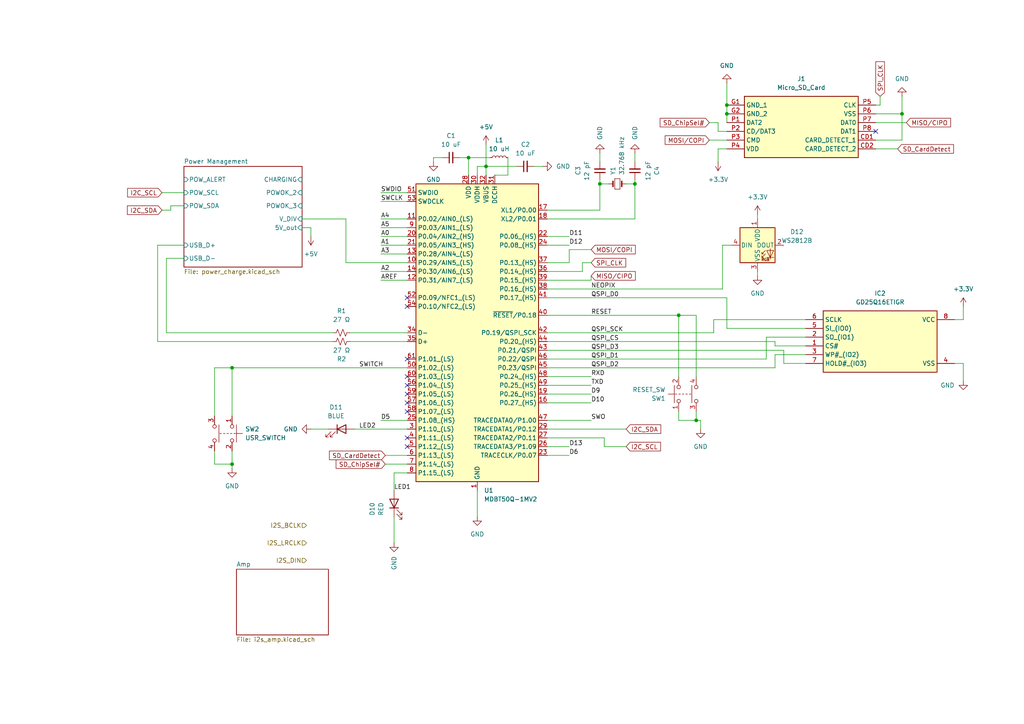
<source format=kicad_sch>
(kicad_sch (version 20230121) (generator eeschema)
  (paper "A4")
  (lib_symbols
    (symbol "Device:C_Small" (pin_numbers hide) (pin_names (offset 0.254) hide)
      (property "Reference" "C" (at 0.254 1.778 0))
      (property "Value" "C_Small" (at 0.254 -2.032 0))
      (symbol "C_Small_0_1"
        (polyline (pts (xy -1.524 -0.508) (xy 1.524 -0.508)) (stroke (width 0.3302)))
        (polyline (pts (xy -1.524 0.508) (xy 1.524 0.508)) (stroke (width 0.3048)))
      )
      (symbol "C_Small_1_1"
        (pin passive line (at 0 2.54 270) (length 2.032) (name "~") (number "1"))
        (pin passive line (at 0 -2.54 90) (length 2.032) (name "~") (number "2"))
      )
    )
    (symbol "Device:Crystal_Small" (pin_numbers hide) (pin_names (offset 1.016) hide)
      (property "Reference" "Y" (at 0 2.54 0))
      (property "Value" "Crystal_Small" (at 0 -2.54 0))
      (symbol "Crystal_Small_0_1"
        (rectangle (start -0.762 -1.524) (end 0.762 1.524))
        (polyline (pts (xy -1.27 -0.762) (xy -1.27 0.762)) (stroke (width 0.381)))
        (polyline (pts (xy 1.27 -0.762) (xy 1.27 0.762)) (stroke (width 0.381)))
      )
      (symbol "Crystal_Small_1_1"
        (pin passive line (at -2.54 0 0) (length 1.27) (name "1") (number "1"))
        (pin passive line (at 2.54 0 180) (length 1.27) (name "2") (number "2"))
      )
    )
    (symbol "Device:LED" (pin_numbers hide) (pin_names (offset 1.016) hide)
      (property "Reference" "D" (at 0 2.54 0))
      (property "Value" "LED" (at 0 -2.54 0))
      (symbol "LED_0_1"
        (polyline (pts (xy -1.27 -1.27) (xy -1.27 1.27)) (stroke (width 0.254)))
        (polyline (pts (xy -1.27 0) (xy 1.27 0)))
        (polyline (pts (xy 1.27 -1.27) (xy 1.27 1.27) (xy -1.27 0) (xy 1.27 -1.27)) (stroke (width 0.254)))
        (polyline (pts (xy -3.048 -0.762) (xy -4.572 -2.286) (xy -3.81 -2.286) (xy -4.572 -2.286) (xy -4.572 -1.524)))
        (polyline (pts (xy -1.778 -0.762) (xy -3.302 -2.286) (xy -2.54 -2.286) (xy -3.302 -2.286) (xy -3.302 -1.524)))
      )
      (symbol "LED_1_1"
        (pin passive line (at -3.81 0 0) (length 2.54) (name "K") (number "1"))
        (pin passive line (at 3.81 0 180) (length 2.54) (name "A") (number "2"))
      )
    )
    (symbol "Device:L_Small" (pin_numbers hide) (pin_names (offset 0.254) hide)
      (property "Reference" "L" (at 0.762 1.016 0))
      (property "Value" "L_Small" (at 0.762 -1.016 0))
      (symbol "L_Small_0_1"
        (arc (start 0 -2.032) (mid 0.5058 -1.524) (end 0 -1.016))
        (arc (start 0 -1.016) (mid 0.5058 -0.508) (end 0 0))
        (arc (start 0 0) (mid 0.5058 0.508) (end 0 1.016))
        (arc (start 0 1.016) (mid 0.5058 1.524) (end 0 2.032))
      )
      (symbol "L_Small_1_1"
        (pin passive line (at 0 2.54 270) (length 0.508) (name "~") (number "1"))
        (pin passive line (at 0 -2.54 90) (length 0.508) (name "~") (number "2"))
      )
    )
    (symbol "Device:R_Small_US" (pin_numbers hide) (pin_names (offset 0.254) hide)
      (property "Reference" "R" (at 0.762 0.508 0))
      (property "Value" "R_Small_US" (at 0.762 -1.016 0))
      (symbol "R_Small_US_1_1"
        (polyline (pts (xy 0 0) (xy 1.016 -0.381) (xy 0 -0.762) (xy -1.016 -1.143) (xy 0 -1.524)))
        (polyline (pts (xy 0 1.524) (xy 1.016 1.143) (xy 0 0.762) (xy -1.016 0.381) (xy 0 0)))
        (pin passive line (at 0 2.54 270) (length 1.016) (name "~") (number "1"))
        (pin passive line (at 0 -2.54 90) (length 1.016) (name "~") (number "2"))
      )
    )
    (symbol "LED:WS2812B" (pin_names (offset 0.254))
      (property "Reference" "D" (at 5.08 5.715 0))
      (property "Value" "WS2812B" (at 1.27 -5.715 0))
      (symbol "WS2812B_0_0"
        (text "RGB" (at 2.286 -4.191 0) (effects (font (size 0.762 0.762))))
      )
      (symbol "WS2812B_0_1"
        (polyline (pts (xy 1.27 -3.556) (xy 1.778 -3.556)))
        (polyline (pts (xy 1.27 -2.54) (xy 1.778 -2.54)))
        (polyline (pts (xy 4.699 -3.556) (xy 2.667 -3.556)))
        (polyline (pts (xy 2.286 -2.54) (xy 1.27 -3.556) (xy 1.27 -3.048)))
        (polyline (pts (xy 2.286 -1.524) (xy 1.27 -2.54) (xy 1.27 -2.032)))
        (polyline (pts (xy 3.683 -1.016) (xy 3.683 -3.556) (xy 3.683 -4.064)))
        (polyline (pts (xy 4.699 -1.524) (xy 2.667 -1.524) (xy 3.683 -3.556) (xy 4.699 -1.524)))
        (rectangle (start 5.08 5.08) (end -5.08 -5.08) (stroke (width 0.254)) (fill (type background)))
      )
      (symbol "WS2812B_1_1"
        (pin power_in line (at 0 7.62 270) (length 2.54) (name "VDD") (number "1"))
        (pin output line (at 7.62 0 180) (length 2.54) (name "DOUT") (number "2"))
        (pin power_in line (at 0 -7.62 90) (length 2.54) (name "VSS") (number "3"))
        (pin input line (at -7.62 0 0) (length 2.54) (name "DIN") (number "4"))
      )
    )
    (symbol "RF_Module:MDBT50Q-1MV2"
      (property "Reference" "U1" (at 1.9559 -45.72 0))
      (property "Value" "MDBT50Q-1MV2" (at 1.9559 -48.26 0))
      (symbol "MDBT50Q-1MV2_0_1"
        (rectangle (start -17.78 43.18) (end 17.78 -43.18) (stroke (width 0.254)) (fill (type background)))
      )
      (symbol "MDBT50Q-1MV2_1_1"
        (pin power_in line (at 0 -45.72 90) (length 2.54) (name "GND") (number "1"))
        (pin bidirectional line (at -20.32 20.32 0) (length 2.54) (name "P0.29/AIN5_(LS)") (number "10"))
        (pin bidirectional line (at -20.32 33.02 0) (length 2.54) (name "P0.02/AIN0_(LS)") (number "11"))
        (pin bidirectional line (at -20.32 15.24 0) (length 2.54) (name "P0.31/AIN7_(LS)") (number "12"))
        (pin bidirectional line (at -20.32 22.86 0) (length 2.54) (name "P0.28/AIN4_(LS)") (number "13"))
        (pin bidirectional line (at -20.32 17.78 0) (length 2.54) (name "P0.30/AIN6_(LS)") (number "14"))
        (pin passive line (at 0 -45.72 90) (length 2.54) hide (name "GND") (number "15"))
        (pin bidirectional line (at 20.32 -20.32 180) (length 2.54) (name "P0.27_(HS)") (number "16"))
        (pin bidirectional line (at 20.32 35.56 180) (length 2.54) (name "XL1/P0.00") (number "17"))
        (pin bidirectional line (at 20.32 33.02 180) (length 2.54) (name "XL2/P0.01") (number "18"))
        (pin bidirectional line (at 20.32 -17.78 180) (length 2.54) (name "P0.26_(HS)") (number "19"))
        (pin passive line (at 0 -45.72 90) (length 2.54) hide (name "GND") (number "2"))
        (pin bidirectional line (at -20.32 27.94 0) (length 2.54) (name "P0.04/AIN2_(HS)") (number "20"))
        (pin bidirectional line (at -20.32 25.4 0) (length 2.54) (name "P0.05/AIN3_(HS)") (number "21"))
        (pin bidirectional line (at 20.32 27.94 180) (length 2.54) (name "P0.06_(HS)") (number "22"))
        (pin bidirectional line (at 20.32 -35.56 180) (length 2.54) (name "TRACECLK/P0.07") (number "23"))
        (pin bidirectional line (at 20.32 25.4 180) (length 2.54) (name "P0.08_(HS)") (number "24"))
        (pin bidirectional line (at -20.32 -25.4 0) (length 2.54) (name "P1.08_(HS)") (number "25"))
        (pin bidirectional line (at 20.32 -33.02 180) (length 2.54) (name "TRACEDATA3/P1.09") (number "26"))
        (pin bidirectional line (at 20.32 -30.48 180) (length 2.54) (name "TRACEDATA2/P0.11") (number "27"))
        (pin power_in line (at -2.54 45.72 270) (length 2.54) (name "VDD") (number "28"))
        (pin bidirectional line (at 20.32 -27.94 180) (length 2.54) (name "TRACEDATA1/P0.12") (number "29"))
        (pin bidirectional line (at -20.32 -27.94 0) (length 2.54) (name "P1.10_(LS)") (number "3"))
        (pin power_in line (at 0 45.72 270) (length 2.54) (name "VDDH") (number "30"))
        (pin power_out line (at 5.08 45.72 270) (length 2.54) (name "DCCH") (number "31"))
        (pin power_in line (at 2.54 45.72 270) (length 2.54) (name "VBUS") (number "32"))
        (pin passive line (at 0 -45.72 90) (length 2.54) hide (name "GND") (number "33"))
        (pin bidirectional line (at -20.32 0 0) (length 2.54) (name "D-") (number "34"))
        (pin bidirectional line (at -20.32 -2.54 0) (length 2.54) (name "D+") (number "35"))
        (pin bidirectional line (at 20.32 17.78 180) (length 2.54) (name "P0.14_(HS)") (number "36"))
        (pin bidirectional line (at 20.32 20.32 180) (length 2.54) (name "P0.13_(HS)") (number "37"))
        (pin bidirectional line (at 20.32 12.7 180) (length 2.54) (name "P0.16_(HS)") (number "38"))
        (pin bidirectional line (at 20.32 15.24 180) (length 2.54) (name "P0.15_(HS)") (number "39"))
        (pin bidirectional line (at -20.32 -30.48 0) (length 2.54) (name "P1.11_(LS)") (number "4"))
        (pin bidirectional line (at 20.32 5.08 180) (length 2.54) (name "~{RESET}/P0.18") (number "40"))
        (pin bidirectional line (at 20.32 10.16 180) (length 2.54) (name "P0.17_(HS)") (number "41"))
        (pin bidirectional line (at 20.32 0 180) (length 2.54) (name "P0.19/QSPI_SCK") (number "42"))
        (pin bidirectional line (at 20.32 -5.08 180) (length 2.54) (name "P0.21/QSPI") (number "43"))
        (pin bidirectional line (at 20.32 -2.54 180) (length 2.54) (name "P0.20_(HS)") (number "44"))
        (pin bidirectional line (at 20.32 -10.16 180) (length 2.54) (name "P0.23/QSPI") (number "45"))
        (pin bidirectional line (at 20.32 -7.62 180) (length 2.54) (name "P0.22/QSPI") (number "46"))
        (pin bidirectional line (at 20.32 -25.4 180) (length 2.54) (name "TRACEDATA0/P1.00") (number "47"))
        (pin bidirectional line (at 20.32 -12.7 180) (length 2.54) (name "P0.24_(HS)") (number "48"))
        (pin bidirectional line (at 20.32 -15.24 180) (length 2.54) (name "P0.25_(HS)") (number "49"))
        (pin bidirectional line (at -20.32 -33.02 0) (length 2.54) (name "P1.12_(LS)") (number "5"))
        (pin bidirectional line (at -20.32 -10.16 0) (length 2.54) (name "P1.02_(LS)") (number "50"))
        (pin bidirectional line (at -20.32 40.64 0) (length 2.54) (name "SWDIO") (number "51"))
        (pin bidirectional line (at -20.32 10.16 0) (length 2.54) (name "P0.09/NFC1_(LS)") (number "52"))
        (pin input line (at -20.32 38.1 0) (length 2.54) (name "SWDCLK") (number "53"))
        (pin bidirectional line (at -20.32 7.62 0) (length 2.54) (name "P0.10/NFC2_(LS)") (number "54"))
        (pin passive line (at 0 -45.72 90) (length 2.54) hide (name "GND") (number "55"))
        (pin bidirectional line (at -20.32 -15.24 0) (length 2.54) (name "P1.04_(LS)") (number "56"))
        (pin bidirectional line (at -20.32 -20.32 0) (length 2.54) (name "P1.06_(LS)") (number "57"))
        (pin bidirectional line (at -20.32 -22.86 0) (length 2.54) (name "P1.07_(LS)") (number "58"))
        (pin bidirectional line (at -20.32 -17.78 0) (length 2.54) (name "P1.05_(LS)") (number "59"))
        (pin bidirectional line (at -20.32 -35.56 0) (length 2.54) (name "P1.13_(LS)") (number "6"))
        (pin bidirectional line (at -20.32 -12.7 0) (length 2.54) (name "P1.03_(LS)") (number "60"))
        (pin bidirectional line (at -20.32 -7.62 0) (length 2.54) (name "P1.01_(LS)") (number "61"))
        (pin bidirectional line (at -20.32 -38.1 0) (length 2.54) (name "P1.14_(LS)") (number "7"))
        (pin bidirectional line (at -20.32 -40.64 0) (length 2.54) (name "P1.15_(LS)") (number "8"))
        (pin bidirectional line (at -20.32 30.48 0) (length 2.54) (name "P0.03/AIN1_(LS)") (number "9"))
      )
    )
    (symbol "Switch:SW_Push_Dual" (pin_names (offset 1.016) hide)
      (property "Reference" "SW" (at 1.27 2.54 0))
      (property "Value" "SW_Push_Dual" (at 0 -6.858 0))
      (symbol "SW_Push_Dual_0_1"
        (circle (center -2.032 -5.08) (radius 0.508))
        (circle (center -2.032 0) (radius 0.508))
        (polyline (pts (xy 0 -3.048) (xy 0 -3.556)))
        (polyline (pts (xy 0 -2.032) (xy 0 -2.54)))
        (polyline (pts (xy 0 -1.524) (xy 0 -1.016)))
        (polyline (pts (xy 0 -0.508) (xy 0 0)))
        (polyline (pts (xy 0 0.508) (xy 0 1.016)))
        (polyline (pts (xy 0 1.27) (xy 0 3.048)))
        (polyline (pts (xy 2.54 -3.81) (xy -2.54 -3.81)))
        (polyline (pts (xy 2.54 1.27) (xy -2.54 1.27)))
        (circle (center 2.032 -5.08) (radius 0.508))
        (circle (center 2.032 0) (radius 0.508))
        (pin passive line (at -5.08 0 0) (length 2.54) (name "1") (number "1"))
        (pin passive line (at 5.08 0 180) (length 2.54) (name "2") (number "2"))
        (pin passive line (at -5.08 -5.08 0) (length 2.54) (name "3") (number "3"))
        (pin passive line (at 5.08 -5.08 180) (length 2.54) (name "4") (number "4"))
      )
    )
    (symbol "imports-new:GD25Q16ETIGR"
      (property "Reference" "IC2" (at 21.59 7.62 0))
      (property "Value" "GD25Q16ETIGR" (at 21.59 5.08 0))
      (symbol "GD25Q16ETIGR_1_1"
        (rectangle (start 5.08 2.54) (end 38.1 -15.24) (stroke (width 0.254)) (fill (type background)))
        (pin passive line (at 0 -7.62 0) (length 5.08) (name "CS#") (number "1"))
        (pin passive line (at 0 -5.08 0) (length 5.08) (name "SO_(IO1)") (number "2"))
        (pin passive line (at 0 -10.16 0) (length 5.08) (name "WP#_(IO2)") (number "3"))
        (pin passive line (at 43.18 -12.7 180) (length 5.08) (name "VSS") (number "4"))
        (pin passive line (at 0 -2.54 0) (length 5.08) (name "SI_(IO0)") (number "5"))
        (pin passive line (at 0 0 0) (length 5.08) (name "SCLK") (number "6"))
        (pin passive line (at 0 -12.7 0) (length 5.08) (name "HOLD#_(IO3)") (number "7"))
        (pin passive line (at 43.18 0 180) (length 5.08) (name "VCC") (number "8"))
      )
    )
    (symbol "imports-new:MEM2061-01-188-00-A"
      (property "Reference" "J" (at 39.37 7.62 0))
      (property "Value" "MEM2061-01-188-00-A" (at 39.37 5.08 0))
      (symbol "MEM2061-01-188-00-A_1_1"
        (rectangle (start 5.08 2.54) (end 38.1 -15.24) (stroke (width 0.254)) (fill (type background)))
        (pin passive line (at 43.18 -10.16 180) (length 5.08) (name "CARD_DETECT_1") (number "CD1"))
        (pin passive line (at 43.18 -12.7 180) (length 5.08) (name "CARD_DETECT_2") (number "CD2"))
        (pin passive line (at 0 0 0) (length 5.08) (name "GND_1") (number "G1"))
        (pin passive line (at 0 -2.54 0) (length 5.08) (name "GND_2") (number "G2"))
        (pin passive line (at 0 -5.08 0) (length 5.08) (name "DAT2") (number "P1"))
        (pin passive line (at 0 -7.62 0) (length 5.08) (name "CD/DAT3") (number "P2"))
        (pin passive line (at 0 -10.16 0) (length 5.08) (name "CMD") (number "P3"))
        (pin passive line (at 0 -12.7 0) (length 5.08) (name "VDD") (number "P4"))
        (pin passive line (at 43.18 0 180) (length 5.08) (name "CLK") (number "P5"))
        (pin passive line (at 43.18 -2.54 180) (length 5.08) (name "VSS") (number "P6"))
        (pin passive line (at 43.18 -5.08 180) (length 5.08) (name "DAT0") (number "P7"))
        (pin passive line (at 43.18 -7.62 180) (length 5.08) (name "DAT1") (number "P8"))
      )
    )
    (symbol "power:+3.3V" (power) (pin_names (offset 0))
      (property "Value" "+3.3V" (at 0 3.556 0))
      (symbol "+3.3V_0_1"
        (polyline (pts (xy -0.762 1.27) (xy 0 2.54)))
        (polyline (pts (xy 0 0) (xy 0 2.54)))
        (polyline (pts (xy 0 2.54) (xy 0.762 1.27)))
      )
      (symbol "+3.3V_1_1"
        (pin power_in line (at 0 0 90) (length 0) hide (name "+3.3V") (number "1"))
      )
    )
    (symbol "power:+5V" (power) (pin_names (offset 0))
      (property "Value" "+5V" (at 0 3.556 0))
      (symbol "+5V_0_1"
        (polyline (pts (xy -0.762 1.27) (xy 0 2.54)))
        (polyline (pts (xy 0 0) (xy 0 2.54)))
        (polyline (pts (xy 0 2.54) (xy 0.762 1.27)))
      )
      (symbol "+5V_1_1"
        (pin power_in line (at 0 0 90) (length 0) hide (name "+5V") (number "1"))
      )
    )
    (symbol "power:GND" (power) (pin_names (offset 0))
      (property "Value" "GND" (at 0 -3.81 0))
      (symbol "GND_0_1"
        (polyline (pts (xy 0 0) (xy 0 -1.27) (xy 1.27 -1.27) (xy 0 -2.54) (xy -1.27 -1.27) (xy 0 -1.27)))
      )
      (symbol "GND_1_1"
        (pin power_in line (at 0 0 270) (length 0) hide (name "GND") (number "1"))
      )
    )
  )
  (junction (at 184.15 53.34))
  (junction (at 140.97 48.26))
  (junction (at 135.89 45.72))
  (junction (at 201.93 121.92))
  (junction (at 210.82 30.48))
  (junction (at 173.99 53.34))
  (junction (at 67.31 134.62))
  (junction (at 210.82 33.02))
  (junction (at 67.31 106.68))
  (junction (at 196.85 91.44))
  (junction (at 261.62 33.02))
  (no_connect (at 118.11 114.3))
  (no_connect (at 254 38.1))
  (no_connect (at 118.11 127))
  (no_connect (at 118.11 104.14))
  (no_connect (at 118.11 129.54))
  (no_connect (at 118.11 119.38))
  (no_connect (at 118.11 88.9))
  (no_connect (at 118.11 116.84))
  (no_connect (at 118.11 109.22))
  (no_connect (at 118.11 86.36))
  (no_connect (at 118.11 111.76))
  (wire (pts (xy 210.82 30.48) (xy 210.82 33.02)))
  (wire (pts (xy 165.1 72.39) (xy 165.1 76.2)))
  (wire (pts (xy 201.93 121.92) (xy 201.93 119.38)))
  (wire (pts (xy 279.4 92.71) (xy 279.4 88.9)))
  (wire (pts (xy 158.75 101.6) (xy 227.33 101.6)))
  (wire (pts (xy 201.93 91.44) (xy 201.93 109.22)))
  (wire (pts (xy 171.45 81.28) (xy 158.75 81.28)))
  (wire (pts (xy 254 30.48) (xy 255.27 30.48)))
  (wire (pts (xy 233.68 102.87) (xy 224.79 102.87)))
  (wire (pts (xy 209.55 71.12) (xy 209.55 83.82)))
  (wire (pts (xy 184.15 46.99) (xy 184.15 44.45)))
  (wire (pts (xy 100.33 76.2) (xy 118.11 76.2)))
  (wire (pts (xy 276.86 105.41) (xy 279.4 105.41)))
  (wire (pts (xy 138.43 50.8) (xy 138.43 48.26)))
  (wire (pts (xy 140.97 48.26) (xy 140.97 50.8)))
  (wire (pts (xy 210.82 95.25) (xy 233.68 95.25)))
  (wire (pts (xy 158.75 109.22) (xy 171.45 109.22)))
  (wire (pts (xy 111.76 134.62) (xy 118.11 134.62)))
  (wire (pts (xy 110.49 66.04) (xy 118.11 66.04)))
  (wire (pts (xy 158.75 104.14) (xy 222.25 104.14)))
  (wire (pts (xy 45.72 99.06) (xy 96.52 99.06)))
  (wire (pts (xy 138.43 48.26) (xy 140.97 48.26)))
  (wire (pts (xy 227.33 101.6) (xy 227.33 105.41)))
  (wire (pts (xy 142.24 45.72) (xy 135.89 45.72)))
  (wire (pts (xy 49.53 60.96) (xy 49.53 59.69)))
  (wire (pts (xy 165.1 72.39) (xy 171.45 72.39)))
  (wire (pts (xy 201.93 91.44) (xy 196.85 91.44)))
  (wire (pts (xy 110.49 68.58) (xy 118.11 68.58)))
  (wire (pts (xy 210.82 86.36) (xy 210.82 95.25)))
  (wire (pts (xy 207.01 96.52) (xy 207.01 92.71)))
  (wire (pts (xy 158.75 106.68) (xy 224.79 106.68)))
  (wire (pts (xy 209.55 83.82) (xy 158.75 83.82)))
  (wire (pts (xy 125.73 45.72) (xy 125.73 46.99)))
  (wire (pts (xy 158.75 121.92) (xy 171.45 121.92)))
  (wire (pts (xy 110.49 58.42) (xy 118.11 58.42)))
  (wire (pts (xy 254 43.18) (xy 260.35 43.18)))
  (wire (pts (xy 118.11 96.52) (xy 101.6 96.52)))
  (wire (pts (xy 110.49 63.5) (xy 118.11 63.5)))
  (wire (pts (xy 224.79 99.06) (xy 224.79 100.33)))
  (wire (pts (xy 67.31 134.62) (xy 62.23 134.62)))
  (wire (pts (xy 147.32 50.8) (xy 147.32 45.72)))
  (wire (pts (xy 208.28 43.18) (xy 208.28 46.99)))
  (wire (pts (xy 118.11 106.68) (xy 67.31 106.68)))
  (wire (pts (xy 110.49 78.74) (xy 118.11 78.74)))
  (wire (pts (xy 90.17 124.46) (xy 95.25 124.46)))
  (wire (pts (xy 210.82 33.02) (xy 210.82 35.56)))
  (wire (pts (xy 158.75 124.46) (xy 181.61 124.46)))
  (wire (pts (xy 62.23 106.68) (xy 62.23 120.65)))
  (wire (pts (xy 210.82 43.18) (xy 208.28 43.18)))
  (wire (pts (xy 46.99 55.88) (xy 53.34 55.88)))
  (wire (pts (xy 158.75 68.58) (xy 165.1 68.58)))
  (wire (pts (xy 110.49 81.28) (xy 118.11 81.28)))
  (wire (pts (xy 135.89 45.72) (xy 135.89 50.8)))
  (wire (pts (xy 276.86 92.71) (xy 279.4 92.71)))
  (wire (pts (xy 158.75 86.36) (xy 210.82 86.36)))
  (wire (pts (xy 114.3 142.24) (xy 114.3 137.16)))
  (wire (pts (xy 158.75 71.12) (xy 165.1 71.12)))
  (wire (pts (xy 140.97 48.26) (xy 149.86 48.26)))
  (wire (pts (xy 208.28 35.56) (xy 208.28 38.1)))
  (wire (pts (xy 279.4 105.41) (xy 279.4 110.49)))
  (wire (pts (xy 208.28 35.56) (xy 205.74 35.56)))
  (wire (pts (xy 201.93 121.92) (xy 203.2 121.92)))
  (wire (pts (xy 110.49 71.12) (xy 118.11 71.12)))
  (wire (pts (xy 261.62 40.64) (xy 261.62 33.02)))
  (wire (pts (xy 67.31 134.62) (xy 67.31 135.89)))
  (wire (pts (xy 158.75 129.54) (xy 165.1 129.54)))
  (wire (pts (xy 171.45 76.2) (xy 168.91 76.2)))
  (wire (pts (xy 133.35 45.72) (xy 135.89 45.72)))
  (wire (pts (xy 175.26 129.54) (xy 175.26 127)))
  (wire (pts (xy 184.15 52.07) (xy 184.15 53.34)))
  (wire (pts (xy 210.82 24.13) (xy 210.82 30.48)))
  (wire (pts (xy 158.75 111.76) (xy 171.45 111.76)))
  (wire (pts (xy 67.31 106.68) (xy 62.23 106.68)))
  (wire (pts (xy 173.99 53.34) (xy 176.53 53.34)))
  (wire (pts (xy 118.11 99.06) (xy 101.6 99.06)))
  (wire (pts (xy 87.63 63.5) (xy 100.33 63.5)))
  (wire (pts (xy 62.23 134.62) (xy 62.23 130.81)))
  (wire (pts (xy 45.72 71.12) (xy 53.34 71.12)))
  (wire (pts (xy 48.26 74.93) (xy 53.34 74.93)))
  (wire (pts (xy 201.93 121.92) (xy 196.85 121.92)))
  (wire (pts (xy 46.99 60.96) (xy 49.53 60.96)))
  (wire (pts (xy 227.33 105.41) (xy 233.68 105.41)))
  (wire (pts (xy 196.85 91.44) (xy 196.85 109.22)))
  (wire (pts (xy 114.3 157.48) (xy 114.3 149.86)))
  (wire (pts (xy 67.31 106.68) (xy 67.31 120.65)))
  (wire (pts (xy 171.45 80.01) (xy 171.45 81.28)))
  (wire (pts (xy 110.49 121.92) (xy 118.11 121.92)))
  (wire (pts (xy 102.87 124.46) (xy 118.11 124.46)))
  (wire (pts (xy 181.61 129.54) (xy 175.26 129.54)))
  (wire (pts (xy 212.09 71.12) (xy 209.55 71.12)))
  (wire (pts (xy 45.72 99.06) (xy 45.72 71.12)))
  (wire (pts (xy 224.79 100.33) (xy 233.68 100.33)))
  (wire (pts (xy 168.91 76.2) (xy 168.91 78.74)))
  (wire (pts (xy 219.71 62.23) (xy 219.71 63.5)))
  (wire (pts (xy 165.1 76.2) (xy 158.75 76.2)))
  (wire (pts (xy 224.79 102.87) (xy 224.79 106.68)))
  (wire (pts (xy 110.49 55.88) (xy 118.11 55.88)))
  (wire (pts (xy 158.75 60.96) (xy 173.99 60.96)))
  (wire (pts (xy 48.26 96.52) (xy 48.26 74.93)))
  (wire (pts (xy 48.26 96.52) (xy 96.52 96.52)))
  (wire (pts (xy 158.75 99.06) (xy 224.79 99.06)))
  (wire (pts (xy 173.99 52.07) (xy 173.99 53.34)))
  (wire (pts (xy 111.76 132.08) (xy 118.11 132.08)))
  (wire (pts (xy 254 33.02) (xy 261.62 33.02)))
  (wire (pts (xy 184.15 63.5) (xy 184.15 53.34)))
  (wire (pts (xy 173.99 60.96) (xy 173.99 53.34)))
  (wire (pts (xy 254 40.64) (xy 261.62 40.64)))
  (wire (pts (xy 158.75 114.3) (xy 171.45 114.3)))
  (wire (pts (xy 100.33 63.5) (xy 100.33 76.2)))
  (wire (pts (xy 128.27 45.72) (xy 125.73 45.72)))
  (wire (pts (xy 49.53 59.69) (xy 53.34 59.69)))
  (wire (pts (xy 184.15 53.34) (xy 181.61 53.34)))
  (wire (pts (xy 205.74 40.64) (xy 210.82 40.64)))
  (wire (pts (xy 222.25 97.79) (xy 222.25 104.14)))
  (wire (pts (xy 143.51 50.8) (xy 147.32 50.8)))
  (wire (pts (xy 255.27 27.94) (xy 255.27 30.48)))
  (wire (pts (xy 207.01 92.71) (xy 233.68 92.71)))
  (wire (pts (xy 173.99 46.99) (xy 173.99 44.45)))
  (wire (pts (xy 219.71 78.74) (xy 219.71 80.01)))
  (wire (pts (xy 262.89 35.56) (xy 254 35.56)))
  (wire (pts (xy 196.85 121.92) (xy 196.85 119.38)))
  (wire (pts (xy 154.94 48.26) (xy 157.48 48.26)))
  (wire (pts (xy 140.97 41.91) (xy 140.97 48.26)))
  (wire (pts (xy 114.3 137.16) (xy 118.11 137.16)))
  (wire (pts (xy 138.43 142.24) (xy 138.43 149.86)))
  (wire (pts (xy 158.75 91.44) (xy 196.85 91.44)))
  (wire (pts (xy 158.75 96.52) (xy 207.01 96.52)))
  (wire (pts (xy 261.62 27.94) (xy 261.62 33.02)))
  (wire (pts (xy 110.49 73.66) (xy 118.11 73.66)))
  (wire (pts (xy 158.75 132.08) (xy 165.1 132.08)))
  (wire (pts (xy 158.75 63.5) (xy 184.15 63.5)))
  (wire (pts (xy 90.17 68.58) (xy 90.17 66.04)))
  (wire (pts (xy 158.75 116.84) (xy 171.45 116.84)))
  (wire (pts (xy 158.75 78.74) (xy 168.91 78.74)))
  (wire (pts (xy 90.17 66.04) (xy 87.63 66.04)))
  (wire (pts (xy 208.28 38.1) (xy 210.82 38.1)))
  (wire (pts (xy 203.2 124.46) (xy 203.2 121.92)))
  (wire (pts (xy 67.31 130.81) (xy 67.31 134.62)))
  (wire (pts (xy 175.26 127) (xy 158.75 127)))
  (wire (pts (xy 222.25 97.79) (xy 233.68 97.79)))
  (label "D5" (at 110.49 121.92 0))
  (label "A3" (at 110.49 73.66 0))
  (label "QSPI_D1" (at 171.45 104.14 0))
  (label "QSPI_D3" (at 171.45 101.6 0))
  (label "A2" (at 110.49 78.74 0))
  (label "QSPI_CS" (at 171.45 99.06 0))
  (label "SWDIO" (at 110.49 55.88 0))
  (label "NEOPIX" (at 171.45 83.82 0))
  (label "AREF" (at 110.49 81.28 0))
  (label "A5" (at 110.49 66.04 0))
  (label "A0" (at 110.49 68.58 0))
  (label "D6" (at 165.1 132.08 0))
  (label "D9" (at 171.45 114.3 0))
  (label "TXD" (at 171.45 111.76 0))
  (label "SWO" (at 171.45 121.92 0))
  (label "QSPI_D0" (at 171.45 86.36 0))
  (label "RXD" (at 171.45 109.22 0))
  (label "QSPI_D2" (at 171.45 106.68 0))
  (label "D12" (at 165.1 71.12 0))
  (label "D10" (at 171.45 116.84 0))
  (label "SWITCH" (at 104.14 106.68 0))
  (label "LED2" (at 104.14 124.46 0))
  (label "D13" (at 165.1 129.54 0))
  (label "A4" (at 110.49 63.5 0))
  (label "A1" (at 110.49 71.12 0))
  (label "RESET" (at 171.45 91.44 0))
  (label "D11" (at 165.1 68.58 0))
  (label "QSPI_SCK" (at 171.45 96.52 0))
  (label "LED1" (at 114.3 142.24 0))
  (label "SWCLK" (at 110.49 58.42 0))
  (global_label "I2C_SCL" (shape input) (at 181.61 129.54 0) (property "Intersheetrefs" "${INTERSHEET_REFS}" (effects hide)))
  (global_label "SD_ChipSel#" (shape input) (at 111.76 134.62 180) (property "Intersheetrefs" "${INTERSHEET_REFS}" (effects hide)))
  (global_label "MISO{slash}CIPO" (shape input) (at 262.89 35.56 0) (property "Intersheetrefs" "${INTERSHEET_REFS}" (effects hide)))
  (global_label "SPI_CLK" (shape input) (at 255.27 27.94 90) (property "Intersheetrefs" "${INTERSHEET_REFS}" (effects hide)))
  (global_label "I2C_SDA" (shape input) (at 181.61 124.46 0) (property "Intersheetrefs" "${INTERSHEET_REFS}" (effects hide)))
  (global_label "SD_CardDetect" (shape input) (at 260.35 43.18 0) (property "Intersheetrefs" "${INTERSHEET_REFS}" (effects hide)))
  (global_label "SD_ChipSel#" (shape input) (at 205.74 35.56 180) (property "Intersheetrefs" "${INTERSHEET_REFS}" (effects hide)))
  (global_label "SD_CardDetect" (shape input) (at 111.76 132.08 180) (property "Intersheetrefs" "${INTERSHEET_REFS}" (effects hide)))
  (global_label "I2C_SDA" (shape input) (at 46.99 60.96 180) (property "Intersheetrefs" "${INTERSHEET_REFS}" (effects hide)))
  (global_label "SPI_CLK" (shape input) (at 171.45 76.2 0) (property "Intersheetrefs" "${INTERSHEET_REFS}" (effects hide)))
  (global_label "I2C_SCL" (shape input) (at 46.99 55.88 180) (property "Intersheetrefs" "${INTERSHEET_REFS}" (effects hide)))
  (global_label "MISO{slash}CIPO" (shape input) (at 171.45 80.01 0) (property "Intersheetrefs" "${INTERSHEET_REFS}" (effects hide)))
  (global_label "MOSI{slash}COPI" (shape input) (at 205.74 40.64 180) (property "Intersheetrefs" "${INTERSHEET_REFS}" (effects hide)))
  (global_label "MOSI{slash}COPI" (shape input) (at 171.45 72.39 0) (property "Intersheetrefs" "${INTERSHEET_REFS}" (effects hide)))
  (hierarchical_label "I2S_BCLK" (shape input) (at 88.9 152.4 180))
  (hierarchical_label "I2S_DIN" (shape input) (at 88.9 162.56 180))
  (hierarchical_label "I2S_LRCLK" (shape input) (at 88.9 157.48 180))
  (symbol (lib_id "Device:R_Small_US") (at 99.06 96.52 90) (unit 1)
    (property "Reference" "R1" (at 99.06 90.17 90))
    (property "Value" "27 Ω" (at 99.06 92.71 90))
  )
  (symbol (lib_id "RF_Module:MDBT50Q-1MV2") (at 138.43 96.52 0) (unit 1)
    (property "Reference" "U1" (at 140.3859 142.24 0) (effects (justify left)))
    (property "Value" "MDBT50Q-1MV2" (at 140.3859 144.78 0) (effects (justify left)))
    (property "Footprint" "RF_Module:Raytac_MDBT50Q" (effects hide))
    (property "Datasheet" "https://www.raytac.com/download/index.php?index_id=43" (effects hide))
  )
  (symbol (lib_id "power:GND") (at 210.82 24.13 180) (unit 1)
    (property "Reference" "#PWR047" (effects hide))
    (property "Value" "GND" (at 210.82 19.05 0))
  )
  (symbol (lib_id "power:GND") (at 114.3 157.48 0) (unit 1)
    (property "Reference" "#PWR039" (effects hide))
    (property "Value" "GND" (at 114.3 161.29 90) (effects (justify right)))
  )
  (symbol (lib_id "power:+5V") (at 140.97 41.91 0) (unit 1)
    (property "Reference" "#PWR01" (effects hide))
    (property "Value" "+5V" (at 140.97 36.83 0))
  )
  (symbol (lib_id "Device:LED") (at 114.3 146.05 90) (unit 1)
    (property "Reference" "D10" (at 107.95 147.6375 0))
    (property "Value" "RED" (at 110.49 147.6375 0))
    (property "Footprint" "LED_SMD:LED_0603_1608Metric" (effects hide))
    (property "Datasheet" "https://www.mouser.com/datasheet/2/445/150060SS75000-3085642.pdf" (effects hide))
    (property "JLCPCB Part #" "C157741" (effects hide))
    (property "Manufacturer" "Lite-On" (effects hide))
    (property "Manufacturer_Part_Number" "LTST-C193KRKT-5A" (effects hide))
    (property "Mouser Part Number" "859-LTSTC193KRKT5A " (effects hide))
  )
  (symbol (lib_id "power:+3.3V") (at 219.71 62.23 0) (unit 1)
    (property "Reference" "#PWR042" (effects hide))
    (property "Value" "+3.3V" (at 219.71 57.15 0))
  )
  (symbol (lib_id "power:GND") (at 173.99 44.45 180) (unit 1)
    (property "Reference" "#PWR02" (effects hide))
    (property "Value" "GND" (at 173.99 40.64 90) (effects (justify right)))
  )
  (symbol (lib_id "power:+3.3V") (at 208.28 46.99 180) (unit 1)
    (property "Reference" "#PWR046" (effects hide))
    (property "Value" "+3.3V" (at 208.28 52.07 0))
  )
  (symbol (lib_id "Device:R_Small_US") (at 99.06 99.06 90) (unit 1)
    (property "Reference" "R2" (at 99.06 104.14 90))
    (property "Value" "27 Ω" (at 99.06 101.6 90))
  )
  (symbol (lib_id "LED:WS2812B") (at 219.71 71.12 0) (unit 1)
    (property "Reference" "D12" (at 231.14 67.2339 0))
    (property "Value" "WS2812B" (at 231.14 69.7739 0))
    (property "Footprint" "LED_SMD:LED_WS2812B_PLCC4_5.0x5.0mm_P3.2mm" (effects hide))
    (property "Datasheet" "https://cdn-shop.adafruit.com/datasheets/WS2812B.pdf" (effects hide))
    (property "JLCPCB Part #" "C965555" (effects hide))
  )
  (symbol (lib_id "Device:C_Small") (at 130.81 45.72 90) (unit 1)
    (property "Reference" "C1" (at 130.8163 39.37 90))
    (property "Value" "10 uF" (at 130.8163 41.91 90))
    (property "Footprint" "Capacitor_SMD:C_0603_1608Metric" (effects hide))
    (property "Datasheet" "https://www.mouser.com/datasheet/2/447/PYu_RC_Group_51_RoHS_L_11-1984063.pdf" (effects hide))
    (property "JLCPCB Part #" "C245997" (effects hide))
    (property "Manufacturer" "YAGEO" (effects hide))
    (property "Manufacturer_Part_Number" "RC0603FR-07681RL" (effects hide))
    (property "Mouser Part Number" "603-RC0603FR-07681RL" (effects hide))
  )
  (symbol (lib_id "Device:C_Small") (at 173.99 49.53 180) (unit 1)
    (property "Reference" "C3" (at 167.64 49.5237 90))
    (property "Value" "12 pF" (at 170.18 49.5237 90))
    (property "Footprint" "Capacitor_SMD:C_0402_1005Metric" (effects hide))
    (property "Datasheet" "https://www.mouser.com/datasheet/2/212/KEM_C1003_C0G_SMD-1101588.pdf" (effects hide))
    (property "JLCPCB Part #" "-" (effects hide))
    (property "Manufacturer" "KEMET" (effects hide))
    (property "Manufacturer_Part_Number" "C0402C120J5GACTU" (effects hide))
    (property "Mouser Part Number" "80-C0402C120J5G" (effects hide))
  )
  (symbol (lib_id "Device:C_Small") (at 152.4 48.26 90) (unit 1)
    (property "Reference" "C2" (at 152.4063 41.91 90))
    (property "Value" "10 uF" (at 152.4063 44.45 90))
    (property "Footprint" "Capacitor_SMD:C_0603_1608Metric" (effects hide))
    (property "Datasheet" "https://www.mouser.com/datasheet/2/447/PYu_RC_Group_51_RoHS_L_11-1984063.pdf" (effects hide))
    (property "JLCPCB Part #" "C245997" (effects hide))
    (property "Manufacturer" "YAGEO" (effects hide))
    (property "Manufacturer_Part_Number" "RC0603FR-07681RL" (effects hide))
    (property "Mouser Part Number" "603-RC0603FR-07681RL" (effects hide))
  )
  (symbol (lib_id "power:GND") (at 279.4 110.49 0) (mirror y) (unit 1)
    (property "Reference" "#PWR07" (effects hide))
    (property "Value" "GND" (at 276.86 111.76 0) (effects (justify left)))
  )
  (symbol (lib_id "Switch:SW_Push_Dual") (at 67.31 125.73 270) (unit 1)
    (property "Reference" "SW2" (at 71.12 124.46 90) (effects (justify left)))
    (property "Value" "USR_SWITCH" (at 71.12 127 90) (effects (justify left)))
  )
  (symbol (lib_id "power:GND") (at 203.2 124.46 0) (unit 1)
    (property "Reference" "#PWR038" (effects hide))
    (property "Value" "GND" (at 203.2 129.54 0))
  )
  (symbol (lib_id "power:GND") (at 219.71 80.01 0) (unit 1)
    (property "Reference" "#PWR041" (effects hide))
    (property "Value" "GND" (at 219.71 85.09 0))
  )
  (symbol (lib_id "imports-new:MEM2061-01-188-00-A") (at 210.82 30.48 0) (unit 1)
    (property "Reference" "J1" (at 232.41 22.86 0))
    (property "Value" "Micro_SD_Card" (at 232.41 25.4 0))
    (property "Footprint" "MEM20610118800A" (effects hide))
    (property "Datasheet" "https://gct.co/files/drawings/mem2061.pdf?v=db251ddb-1946-4f24-aa19-b8a17901bdd2" (effects hide))
    (property "Manufacturer" "Olimex Ltd" (effects hide))
    (property "Manufacturer_Part_Number" "MEM2061-01-188-00-A" (effects hide))
    (property "Mouser Part Number" "909-MICRO-SD-CARD" (effects hide))
    (property "Height" "2.13" (effects hide))
    (property "Manufacturer_Name" "GLOBAL CONNECTOR TECHNOLOGY" (effects hide))
  )
  (symbol (lib_id "power:+5V") (at 90.17 68.58 180) (unit 1)
    (property "Reference" "#PWR043" (effects hide))
    (property "Value" "+5V" (at 90.17 73.66 0))
  )
  (symbol (lib_id "power:+3.3V") (at 279.4 88.9 0) (unit 1)
    (property "Reference" "#PWR06" (effects hide))
    (property "Value" "+3.3V" (at 279.4 83.82 0))
  )
  (symbol (lib_id "power:GND") (at 90.17 124.46 270) (unit 1)
    (property "Reference" "#PWR040" (effects hide))
    (property "Value" "GND" (at 86.36 124.46 90) (effects (justify right)))
  )
  (symbol (lib_id "imports-new:GD25Q16ETIGR") (at 233.68 92.71 0) (unit 1)
    (property "Reference" "IC2" (at 255.27 85.09 0))
    (property "Value" "GD25Q16ETIGR" (at 255.27 87.63 0))
    (property "Footprint" "SOIC127P600X175-8N" (effects hide))
    (property "Height" "1.75" (effects hide))
    (property "Mouser Part Number" "363-GD25Q16ETIGR" (effects hide))
    (property "Mouser Price/Stock" "https://www.mouser.co.uk/ProductDetail/GigaDevice/GD25Q16ETIGR?qs=GedFDFLaBXGJn1xZNjfHfA%3D%3D" (effects hide))
    (property "Manufacturer_Name" "GigaDevice Semiconductor (HK) Limited" (effects hide))
    (property "Manufacturer_Part_Number" "GD25Q16ETIGR" (effects hide))
  )
  (symbol (lib_id "Switch:SW_Push_Dual") (at 196.85 114.3 90) (unit 1)
    (property "Reference" "SW1" (at 193.04 115.57 90) (effects (justify left)))
    (property "Value" "RESET_SW" (at 193.04 113.03 90) (effects (justify left)))
  )
  (symbol (lib_id "Device:L_Small") (at 144.78 45.72 90) (unit 1)
    (property "Reference" "L1" (at 144.78 40.64 90))
    (property "Value" "10 uH" (at 144.78 43.18 90))
  )
  (symbol (lib_id "power:GND") (at 184.15 44.45 180) (unit 1)
    (property "Reference" "#PWR03" (effects hide))
    (property "Value" "GND" (at 184.15 40.64 90) (effects (justify right)))
  )
  (symbol (lib_id "Device:Crystal_Small") (at 179.07 53.34 180) (unit 1)
    (property "Reference" "Y1" (at 177.8 50.8 90) (effects (justify right)))
    (property "Value" "32.768 kHz" (at 180.34 50.8 90) (effects (justify right)))
    (property "Footprint" "Crystal:Crystal_SMD_3215-2Pin_3.2x1.5mm" (effects hide))
    (property "Datasheet" "https://www.mouser.com/datasheet/2/3/ABS07-3080027.pdf" (effects hide))
    (property "JLCPCB Part #" "C130253" (effects hide))
    (property "Manufacturer" "Abracon LLC" (effects hide))
    (property "Manufacturer_Part_Number" "ABS07-32.768KHZ-T " (effects hide))
    (property "Mouser Part Number" "815-ABS07-32.768KHZT " (effects hide))
  )
  (symbol (lib_id "power:GND") (at 125.73 46.99 0) (unit 1)
    (property "Reference" "#PWR04" (effects hide))
    (property "Value" "GND" (at 125.73 52.07 0))
  )
  (symbol (lib_id "power:GND") (at 138.43 149.86 0) (unit 1)
    (property "Reference" "#PWR08" (effects hide))
    (property "Value" "GND" (at 138.43 154.94 0))
  )
  (symbol (lib_id "power:GND") (at 67.31 135.89 0) (unit 1)
    (property "Reference" "#PWR037" (effects hide))
    (property "Value" "GND" (at 67.31 140.97 0))
  )
  (symbol (lib_id "Device:LED") (at 99.06 124.46 0) (unit 1)
    (property "Reference" "D11" (at 97.4725 118.11 0))
    (property "Value" "BLUE" (at 97.4725 120.65 0))
    (property "Footprint" "LED_SMD:LED_0603_1608Metric" (effects hide))
    (property "Datasheet" "https://www.mouser.com/datasheet/2/239/Lite-On-LTST-C193TBKT-5A-1175300.pdf" (effects hide))
    (property "JLCPCB Part #" "C125103" (effects hide))
    (property "Manufacturer" "Lite-On" (effects hide))
    (property "Manufacturer_Part_Number" "LTST-C193TBKT-5A" (effects hide))
    (property "Mouser Part Number" "859-LTSTC193TBKT5A" (effects hide))
  )
  (symbol (lib_id "power:GND") (at 261.62 27.94 180) (unit 1)
    (property "Reference" "#PWR045" (effects hide))
    (property "Value" "GND" (at 261.62 22.86 0))
  )
  (symbol (lib_id "Device:C_Small") (at 184.15 49.53 0) (mirror x) (unit 1)
    (property "Reference" "C4" (at 190.5 49.5237 90))
    (property "Value" "12 pF" (at 187.96 49.5237 90))
    (property "Footprint" "Capacitor_SMD:C_0402_1005Metric" (effects hide))
    (property "Datasheet" "https://www.mouser.com/datasheet/2/212/KEM_C1003_C0G_SMD-1101588.pdf" (effects hide))
    (property "JLCPCB Part #" "-" (effects hide))
    (property "Manufacturer" "KEMET" (effects hide))
    (property "Manufacturer_Part_Number" "C0402C120J5GACTU" (effects hide))
    (property "Mouser Part Number" "80-C0402C120J5G" (effects hide))
  )
  (symbol (lib_id "power:GND") (at 157.48 48.26 90) (unit 1)
    (property "Reference" "#PWR05" (effects hide))
    (property "Value" "GND" (at 161.29 48.26 90) (effects (justify right)))
  )
  (sheet (at 68.58 165.1) (size 26.67 19.05) (stroke (width 0.1524))
    (property "Sheetname" "Amp" (at 68.58 164.3884 0) (effects (justify left bottom)))
    (property "Sheetfile" "i2s_amp.kicad_sch" (at 68.58 184.7346 0) (effects (justify left top)))
  )
  (sheet (at 53.34 48.26) (size 34.29 29.21) (stroke (width 0.1524))
    (property "Sheetname" "Power Management" (at 53.34 47.5484 0) (effects (justify left bottom)))
    (property "Sheetfile" "power_charge.kicad_sch" (at 53.34 78.0546 0) (effects (justify left top)))
    (pin "USB_D-" input (at 53.34 74.93 180))
    (pin "USB_D+" input (at 53.34 71.12 180))
    (pin "POW_SDA" input (at 53.34 59.69 180))
    (pin "POW_SCL" input (at 53.34 55.88 180))
    (pin "POW_ALERT" input (at 53.34 52.07 180))
    (pin "POWOK_2" input (at 87.63 55.88 0))
    (pin "POWOK_3" input (at 87.63 59.69 0))
    (pin "5V_out" input (at 87.63 66.04 0))
    (pin "CHARGING" input (at 87.63 52.07 0))
    (pin "V_DIV" input (at 87.63 63.5 0))
  )
)
</source>
